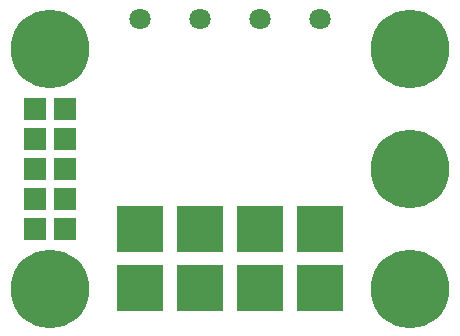
<source format=gbr>
G75*
G70*
%OFA0B0*%
%FSLAX24Y24*%
%IPPOS*%
%LPD*%
%AMOC8*
5,1,8,0,0,1.08239X$1,22.5*
%
%ADD10C,0.0710*%
%ADD11R,0.1580X0.1580*%
%ADD12C,0.2620*%
%ADD13R,0.0730X0.0730*%
D10*
X005680Y011680D03*
X007680Y011680D03*
X009680Y011680D03*
X011680Y011680D03*
D11*
X011680Y004680D03*
X009680Y004680D03*
X007680Y004680D03*
X005680Y004680D03*
X005680Y002711D03*
X007680Y002711D03*
X009680Y002711D03*
X011680Y002711D03*
D12*
X002680Y002680D03*
X002680Y010680D03*
X014680Y010680D03*
X014680Y006680D03*
X014680Y002680D03*
D13*
X003180Y004680D03*
X002180Y004680D03*
X002180Y005680D03*
X003180Y005680D03*
X003180Y006680D03*
X002180Y006680D03*
X002180Y007680D03*
X003180Y007680D03*
X003180Y008680D03*
X002180Y008680D03*
M02*

</source>
